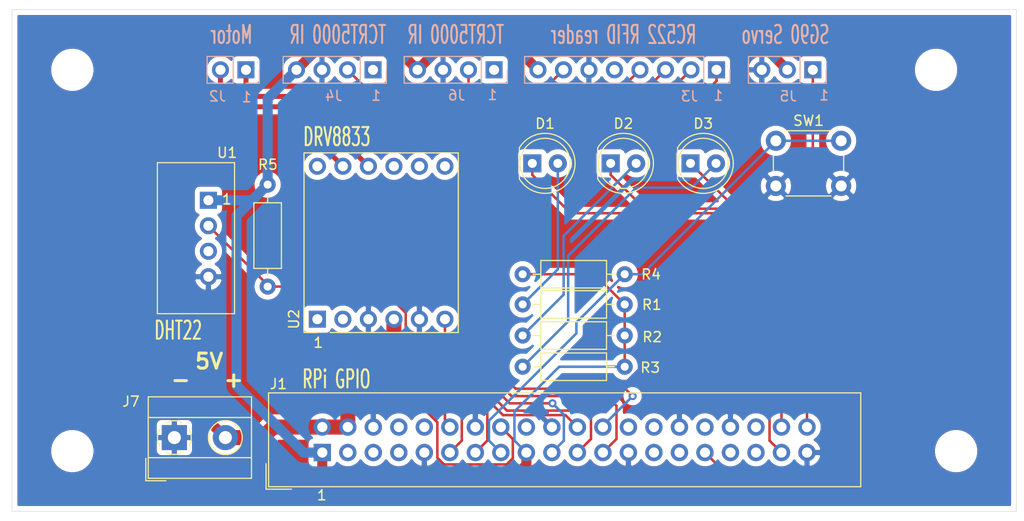
<source format=kicad_pcb>
(kicad_pcb (version 20171130) (host pcbnew "(5.1.2)-1")
  (layers (0 F.Cu signal) (31 B.Cu signal) (34 B.Paste user) (35 F.Paste user) (36 B.SilkS user) (37 F.SilkS user) (38 B.Mask user) (39 F.Mask user) (44 Edge.Cuts user))
  (net 0 "")
  (net 1 "Net-(D1-Pad2)")
  (net 2 "Net-(D2-Pad2)")
  (net 3 "Net-(D3-Pad2)")
  (net 4 GND)
  (net 5 +3V3)
  (net 6 "Net-(J1-Pad12)")
  (net 7 +5V)
  (net 8 "Net-(J2-Pad2)")
  (net 9 "Net-(J2-Pad1)")
  (net 10 LED1)
  (net 11 LED2)
  (net 12 LED3)
  (net 13 DHT22)
  (net 14 RFID_CS)
  (net 15 RFID_SCK)
  (net 16 RFID_RST)
  (net 17 RFID_MISO)
  (net 18 RFID_MOSI)
  (net 19 Switch)
  (net 20 L1)
  (net 21 L2)
  (net 22 Servo)
  (module TerminalBlock_MetzConnect:TerminalBlock_MetzConnect_Type101_RT01602HBWC_1x02_P5.08mm_Horizontal (layer F.Cu) (at 106.16 132.65)
    (fp_text reference J7 (at -4.32 -3.59) (layer F.SilkS))
    (fp_text value Conn_01x02_Male)
    (fp_line (start -2.84 4.3) (end -0.84 4.3) (layer F.SilkS) (width 0.12))
    (fp_line (start -2.84 2.06) (end -2.84 4.3) (layer F.SilkS) (width 0.12))
    (fp_line (start 3.9 0.976) (end 3.806 1.069) (layer F.SilkS) (width 0.12))
    (fp_line (start 6.15 -1.275) (end 6.091 -1.216) (layer F.SilkS) (width 0.12))
    (fp_line (start 4.07 1.216) (end 4.011 1.274) (layer F.SilkS) (width 0.12))
    (fp_line (start 6.355 -1.069) (end 6.261 -0.976) (layer F.SilkS) (width 0.12))
    (fp_line (start 7.68 -4.06) (end 7.68 4.06) (layer F.SilkS) (width 0.12))
    (fp_line (start -2.6 -4.06) (end -2.6 4.06) (layer F.SilkS) (width 0.12))
    (fp_line (start -2.6 4.06) (end 7.68 4.06) (layer F.SilkS) (width 0.12))
    (fp_line (start -2.6 -4.06) (end 7.68 -4.06) (layer F.SilkS) (width 0.12))
    (fp_line (start -2.6 -2) (end 7.68 -2) (layer F.SilkS) (width 0.12))
    (fp_line (start -2.6 2) (end 7.68 2) (layer F.SilkS) (width 0.12))
    (fp_circle (center 5.08 0) (end 6.76 0) (layer F.SilkS) (width 0.12))
    (fp_arc (start 0 0) (end -0.789 1.484) (angle -29) (layer F.SilkS) (width 0.12))
    (fp_arc (start 0 0) (end -1.484 -0.789) (angle -56) (layer F.SilkS) (width 0.12))
    (fp_arc (start 0 0) (end 0.789 -1.484) (angle -56) (layer F.SilkS) (width 0.12))
    (fp_arc (start 0 0) (end 1.484 0.789) (angle -56) (layer F.SilkS) (width 0.12))
    (fp_arc (start 0 0) (end 0 1.68) (angle -28) (layer F.SilkS) (width 0.12))
    (pad 2 thru_hole circle (at 5.08 0) (size 2.5 2.5) (drill 1.3) (layers *.Cu *.Mask) (net 7 +5V))
    (pad 1 thru_hole rect (at 0 0) (size 2.5 2.5) (drill 1.3) (layers *.Cu *.Mask) (net 4 GND))
  )
  (module Connector_PinHeader_2.54mm:PinHeader_1x04_P2.54mm_Vertical (layer B.Cu) (at 137.99 96 90)
    (fp_text reference J6 (at -2.54 -3.73 180) (layer B.SilkS) (effects (justify mirror)))
    (fp_text value Conn_01x04_Male)
    (fp_line (start -1.33 1.33) (end 0 1.33) (layer B.SilkS) (width 0.12))
    (fp_line (start -1.33 0) (end -1.33 1.33) (layer B.SilkS) (width 0.12))
    (fp_line (start -1.33 -1.27) (end 1.33 -1.27) (layer B.SilkS) (width 0.12))
    (fp_line (start 1.33 -1.27) (end 1.33 -8.95) (layer B.SilkS) (width 0.12))
    (fp_line (start -1.33 -1.27) (end -1.33 -8.95) (layer B.SilkS) (width 0.12))
    (fp_line (start -1.33 -8.95) (end 1.33 -8.95) (layer B.SilkS) (width 0.12))
    (pad 4 thru_hole oval (at 0 -7.62 90) (size 1.7 1.7) (drill 1) (layers *.Cu *.Mask) (net 5 +3V3))
    (pad 3 thru_hole oval (at 0 -5.08 90) (size 1.7 1.7) (drill 1) (layers *.Cu *.Mask) (net 4 GND))
    (pad 2 thru_hole oval (at 0 -2.54 90) (size 1.7 1.7) (drill 1) (layers *.Cu *.Mask) (net 20 L1))
    (pad 1 thru_hole rect (at 0 0 90) (size 1.7 1.7) (drill 1) (layers *.Cu *.Mask))
  )
  (module Connector_PinHeader_2.54mm:PinHeader_1x04_P2.54mm_Vertical (layer B.Cu) (at 125.94 96 90)
    (fp_text reference J4 (at -2.6 -3.92 180) (layer B.SilkS) (effects (justify mirror)))
    (fp_text value Conn_01x04_Male)
    (fp_line (start -1.33 1.33) (end 0 1.33) (layer B.SilkS) (width 0.12))
    (fp_line (start -1.33 0) (end -1.33 1.33) (layer B.SilkS) (width 0.12))
    (fp_line (start -1.33 -1.27) (end 1.33 -1.27) (layer B.SilkS) (width 0.12))
    (fp_line (start 1.33 -1.27) (end 1.33 -8.95) (layer B.SilkS) (width 0.12))
    (fp_line (start -1.33 -1.27) (end -1.33 -8.95) (layer B.SilkS) (width 0.12))
    (fp_line (start -1.33 -8.95) (end 1.33 -8.95) (layer B.SilkS) (width 0.12))
    (pad 4 thru_hole oval (at 0 -7.62 90) (size 1.7 1.7) (drill 1) (layers *.Cu *.Mask) (net 5 +3V3))
    (pad 3 thru_hole oval (at 0 -5.08 90) (size 1.7 1.7) (drill 1) (layers *.Cu *.Mask) (net 4 GND))
    (pad 2 thru_hole oval (at 0 -2.54 90) (size 1.7 1.7) (drill 1) (layers *.Cu *.Mask) (net 21 L2))
    (pad 1 thru_hole rect (at 0 0 90) (size 1.7 1.7) (drill 1) (layers *.Cu *.Mask))
  )
  (module Resistor_THT:R_Axial_DIN0207_L6.3mm_D2.5mm_P10.16mm_Horizontal (layer F.Cu) (at 115.45 117.6 90)
    (fp_text reference R5 (at 12.15 0.02 180) (layer F.SilkS))
    (fp_text value 4k7)
    (fp_line (start 9.12 0) (end 8.35 0) (layer F.SilkS) (width 0.12))
    (fp_line (start 1.04 0) (end 1.81 0) (layer F.SilkS) (width 0.12))
    (fp_line (start 8.35 -1.37) (end 1.81 -1.37) (layer F.SilkS) (width 0.12))
    (fp_line (start 8.35 1.37) (end 8.35 -1.37) (layer F.SilkS) (width 0.12))
    (fp_line (start 1.81 1.37) (end 8.35 1.37) (layer F.SilkS) (width 0.12))
    (fp_line (start 1.81 -1.37) (end 1.81 1.37) (layer F.SilkS) (width 0.12))
    (pad 2 thru_hole oval (at 10.16 0 90) (size 1.6 1.6) (drill 0.8) (layers *.Cu *.Mask) (net 5 +3V3))
    (pad 1 thru_hole circle (at 0 0 90) (size 1.6 1.6) (drill 0.8) (layers *.Cu *.Mask) (net 13 DHT22))
  )
  (module my-footprints:DRV8833_BOARD_2x06_P2.54mm_Vertical (layer F.Cu) (at 120.4 120.85 90)
    (fp_text reference U2 (at 0 -2.33 90) (layer F.SilkS))
    (fp_text value DRV8833_board)
    (fp_line (start 16.5735 -1.33) (end 16.57 14.03) (layer F.SilkS) (width 0.12))
    (fp_line (start -1.33 -1.33) (end 16.5735 -1.33) (layer F.SilkS) (width 0.12))
    (fp_line (start -1.33 0) (end -1.33 -1.33) (layer F.SilkS) (width 0.12))
    (fp_line (start -1.33 1.27) (end -1.33 14.03) (layer F.SilkS) (width 0.12))
    (fp_line (start -1.33 14.03) (end 16.57 14.03) (layer F.SilkS) (width 0.12))
    (pad 7 thru_hole oval (at 15.24 12.7 90) (size 1.7 1.7) (drill 1) (layers *.Cu *.Mask))
    (pad 8 thru_hole oval (at 15.24 10.16 90) (size 1.7 1.7) (drill 1) (layers *.Cu *.Mask))
    (pad 9 thru_hole oval (at 15.24 7.62 90) (size 1.7 1.7) (drill 1) (layers *.Cu *.Mask))
    (pad 10 thru_hole oval (at 15.24 5.08 90) (size 1.7 1.7) (drill 1) (layers *.Cu *.Mask) (net 9 "Net-(J2-Pad1)"))
    (pad 11 thru_hole oval (at 15.24 2.54 90) (size 1.7 1.7) (drill 1) (layers *.Cu *.Mask) (net 8 "Net-(J2-Pad2)"))
    (pad 12 thru_hole circle (at 15.24 0 90) (size 1.7 1.7) (drill 1) (layers *.Cu *.Mask))
    (pad 6 thru_hole oval (at 0 12.7 90) (size 1.7 1.7) (drill 1) (layers *.Cu *.Mask) (net 6 "Net-(J1-Pad12)"))
    (pad 5 thru_hole oval (at 0 10.16 90) (size 1.7 1.7) (drill 1) (layers *.Cu *.Mask) (net 4 GND))
    (pad 4 thru_hole oval (at 0 7.62 90) (size 1.7 1.7) (drill 1) (layers *.Cu *.Mask) (net 7 +5V))
    (pad 3 thru_hole oval (at 0 5.08 90) (size 1.7 1.7) (drill 1) (layers *.Cu *.Mask) (net 4 GND))
    (pad 2 thru_hole oval (at 0 2.54 90) (size 1.7 1.7) (drill 1) (layers *.Cu *.Mask))
    (pad 1 thru_hole rect (at 0 0 90) (size 1.7 1.7) (drill 1) (layers *.Cu *.Mask))
  )
  (module my-footprints:DHT22 (layer F.Cu) (at 109.55 109)
    (fp_text reference U1 (at 1.86 -4.74) (layer F.SilkS))
    (fp_text value DHT11)
    (fp_line (start -5.08 -3.7465) (end 2.6035 -3.7465) (layer F.SilkS) (width 0.12))
    (fp_line (start 2.6035 -3.7465) (end 2.6035 11.303) (layer F.SilkS) (width 0.12))
    (fp_line (start -5.08 -3.7465) (end -5.08 11.303) (layer F.SilkS) (width 0.12))
    (fp_line (start -5.08 11.303) (end 2.6035 11.303) (layer F.SilkS) (width 0.12))
    (pad 4 thru_hole oval (at 0 7.62) (size 1.7 1.7) (drill 1) (layers *.Cu *.Mask) (net 4 GND))
    (pad 3 thru_hole oval (at 0 5.08) (size 1.7 1.7) (drill 1) (layers *.Cu *.Mask))
    (pad 2 thru_hole oval (at 0 2.54) (size 1.7 1.7) (drill 1) (layers *.Cu *.Mask) (net 13 DHT22))
    (pad 1 thru_hole rect (at 0 0) (size 1.7 1.7) (drill 1) (layers *.Cu *.Mask) (net 5 +3V3))
  )
  (module Button_Switch_THT:SW_PUSH_6mm_H5mm (layer F.Cu) (at 166.05 103.07)
    (fp_text reference SW1 (at 3.25 -2) (layer F.SilkS))
    (fp_text value SW_Push)
    (fp_line (start 6.75 3) (end 6.75 1.5) (layer F.SilkS) (width 0.12))
    (fp_line (start 5.5 -1) (end 1 -1) (layer F.SilkS) (width 0.12))
    (fp_line (start -0.25 1.5) (end -0.25 3) (layer F.SilkS) (width 0.12))
    (fp_line (start 1 5.5) (end 5.5 5.5) (layer F.SilkS) (width 0.12))
    (pad 1 thru_hole circle (at 6.5 0 90) (size 2 2) (drill 1.1) (layers *.Cu *.Mask) (net 19 Switch))
    (pad 2 thru_hole circle (at 6.5 4.5 90) (size 2 2) (drill 1.1) (layers *.Cu *.Mask) (net 4 GND))
    (pad 1 thru_hole circle (at 0 0 90) (size 2 2) (drill 1.1) (layers *.Cu *.Mask) (net 19 Switch))
    (pad 2 thru_hole circle (at 0 4.5 90) (size 2 2) (drill 1.1) (layers *.Cu *.Mask) (net 4 GND))
  )
  (module Resistor_THT:R_Axial_DIN0207_L6.3mm_D2.5mm_P10.16mm_Horizontal (layer F.Cu) (at 151 116.37 180)
    (fp_text reference R4 (at -2.62 -0.02) (layer F.SilkS))
    (fp_text value 4k7)
    (fp_line (start 9.12 0) (end 8.35 0) (layer F.SilkS) (width 0.12))
    (fp_line (start 1.04 0) (end 1.81 0) (layer F.SilkS) (width 0.12))
    (fp_line (start 8.35 -1.37) (end 1.81 -1.37) (layer F.SilkS) (width 0.12))
    (fp_line (start 8.35 1.37) (end 8.35 -1.37) (layer F.SilkS) (width 0.12))
    (fp_line (start 1.81 1.37) (end 8.35 1.37) (layer F.SilkS) (width 0.12))
    (fp_line (start 1.81 -1.37) (end 1.81 1.37) (layer F.SilkS) (width 0.12))
    (pad 2 thru_hole oval (at 10.16 0 180) (size 1.6 1.6) (drill 0.8) (layers *.Cu *.Mask) (net 5 +3V3))
    (pad 1 thru_hole circle (at 0 0 180) (size 1.6 1.6) (drill 0.8) (layers *.Cu *.Mask) (net 19 Switch))
  )
  (module Resistor_THT:R_Axial_DIN0207_L6.3mm_D2.5mm_P10.16mm_Horizontal (layer F.Cu) (at 151 125.59 180)
    (fp_text reference R3 (at -2.54 -0.09) (layer F.SilkS))
    (fp_text value 130)
    (fp_line (start 9.12 0) (end 8.35 0) (layer F.SilkS) (width 0.12))
    (fp_line (start 1.04 0) (end 1.81 0) (layer F.SilkS) (width 0.12))
    (fp_line (start 8.35 -1.37) (end 1.81 -1.37) (layer F.SilkS) (width 0.12))
    (fp_line (start 8.35 1.37) (end 8.35 -1.37) (layer F.SilkS) (width 0.12))
    (fp_line (start 1.81 1.37) (end 8.35 1.37) (layer F.SilkS) (width 0.12))
    (fp_line (start 1.81 -1.37) (end 1.81 1.37) (layer F.SilkS) (width 0.12))
    (pad 2 thru_hole oval (at 10.16 0 180) (size 1.6 1.6) (drill 0.8) (layers *.Cu *.Mask) (net 3 "Net-(D3-Pad2)"))
    (pad 1 thru_hole circle (at 0 0 180) (size 1.6 1.6) (drill 0.8) (layers *.Cu *.Mask) (net 5 +3V3))
  )
  (module Resistor_THT:R_Axial_DIN0207_L6.3mm_D2.5mm_P10.16mm_Horizontal (layer F.Cu) (at 151 122.48 180)
    (fp_text reference R2 (at -2.74 -0.15) (layer F.SilkS))
    (fp_text value 130)
    (fp_line (start 9.12 0) (end 8.35 0) (layer F.SilkS) (width 0.12))
    (fp_line (start 1.04 0) (end 1.81 0) (layer F.SilkS) (width 0.12))
    (fp_line (start 8.35 -1.37) (end 1.81 -1.37) (layer F.SilkS) (width 0.12))
    (fp_line (start 8.35 1.37) (end 8.35 -1.37) (layer F.SilkS) (width 0.12))
    (fp_line (start 1.81 1.37) (end 8.35 1.37) (layer F.SilkS) (width 0.12))
    (fp_line (start 1.81 -1.37) (end 1.81 1.37) (layer F.SilkS) (width 0.12))
    (pad 2 thru_hole oval (at 10.16 0 180) (size 1.6 1.6) (drill 0.8) (layers *.Cu *.Mask) (net 2 "Net-(D2-Pad2)"))
    (pad 1 thru_hole circle (at 0 0 180) (size 1.6 1.6) (drill 0.8) (layers *.Cu *.Mask) (net 5 +3V3))
  )
  (module Resistor_THT:R_Axial_DIN0207_L6.3mm_D2.5mm_P10.16mm_Horizontal (layer F.Cu) (at 151 119.38 180)
    (fp_text reference R1 (at -2.7 -0.03) (layer F.SilkS))
    (fp_text value 130)
    (fp_line (start 9.12 0) (end 8.35 0) (layer F.SilkS) (width 0.12))
    (fp_line (start 1.04 0) (end 1.81 0) (layer F.SilkS) (width 0.12))
    (fp_line (start 8.35 -1.37) (end 1.81 -1.37) (layer F.SilkS) (width 0.12))
    (fp_line (start 8.35 1.37) (end 8.35 -1.37) (layer F.SilkS) (width 0.12))
    (fp_line (start 1.81 1.37) (end 8.35 1.37) (layer F.SilkS) (width 0.12))
    (fp_line (start 1.81 -1.37) (end 1.81 1.37) (layer F.SilkS) (width 0.12))
    (pad 2 thru_hole oval (at 10.16 0 180) (size 1.6 1.6) (drill 0.8) (layers *.Cu *.Mask) (net 1 "Net-(D1-Pad2)"))
    (pad 1 thru_hole circle (at 0 0 180) (size 1.6 1.6) (drill 0.8) (layers *.Cu *.Mask) (net 5 +3V3))
  )
  (module Connector_PinHeader_2.54mm:PinHeader_1x03_P2.54mm_Vertical (layer B.Cu) (at 169.73 96 90)
    (fp_text reference J5 (at -2.64 -2.45 180) (layer B.SilkS) (effects (justify mirror)))
    (fp_text value Conn_01x03_Male)
    (fp_line (start -1.33 1.33) (end 0 1.33) (layer B.SilkS) (width 0.12))
    (fp_line (start -1.33 0) (end -1.33 1.33) (layer B.SilkS) (width 0.12))
    (fp_line (start -1.33 -1.27) (end 1.33 -1.27) (layer B.SilkS) (width 0.12))
    (fp_line (start 1.33 -1.27) (end 1.33 -6.41) (layer B.SilkS) (width 0.12))
    (fp_line (start -1.33 -1.27) (end -1.33 -6.41) (layer B.SilkS) (width 0.12))
    (fp_line (start -1.33 -6.41) (end 1.33 -6.41) (layer B.SilkS) (width 0.12))
    (pad 3 thru_hole oval (at 0 -5.08 90) (size 1.7 1.7) (drill 1) (layers *.Cu *.Mask) (net 4 GND))
    (pad 2 thru_hole oval (at 0 -2.54 90) (size 1.7 1.7) (drill 1) (layers *.Cu *.Mask) (net 7 +5V))
    (pad 1 thru_hole rect (at 0 0 90) (size 1.7 1.7) (drill 1) (layers *.Cu *.Mask) (net 22 Servo))
  )
  (module Connector_PinHeader_2.54mm:PinHeader_1x08_P2.54mm_Vertical (layer B.Cu) (at 160.14 96 90)
    (fp_text reference J3 (at -2.64 -2.69 180) (layer B.SilkS) (effects (justify mirror)))
    (fp_text value Conn_01x08_Male)
    (fp_line (start -1.33 1.33) (end 0 1.33) (layer B.SilkS) (width 0.12))
    (fp_line (start -1.33 0) (end -1.33 1.33) (layer B.SilkS) (width 0.12))
    (fp_line (start -1.33 -1.27) (end 1.33 -1.27) (layer B.SilkS) (width 0.12))
    (fp_line (start 1.33 -1.27) (end 1.33 -19.11) (layer B.SilkS) (width 0.12))
    (fp_line (start -1.33 -1.27) (end -1.33 -19.11) (layer B.SilkS) (width 0.12))
    (fp_line (start -1.33 -19.11) (end 1.33 -19.11) (layer B.SilkS) (width 0.12))
    (pad 8 thru_hole oval (at 0 -17.78 90) (size 1.7 1.7) (drill 1) (layers *.Cu *.Mask) (net 5 +3V3))
    (pad 7 thru_hole oval (at 0 -15.24 90) (size 1.7 1.7) (drill 1) (layers *.Cu *.Mask) (net 16 RFID_RST))
    (pad 6 thru_hole oval (at 0 -12.7 90) (size 1.7 1.7) (drill 1) (layers *.Cu *.Mask) (net 4 GND))
    (pad 5 thru_hole oval (at 0 -10.16 90) (size 1.7 1.7) (drill 1) (layers *.Cu *.Mask))
    (pad 4 thru_hole oval (at 0 -7.62 90) (size 1.7 1.7) (drill 1) (layers *.Cu *.Mask) (net 17 RFID_MISO))
    (pad 3 thru_hole oval (at 0 -5.08 90) (size 1.7 1.7) (drill 1) (layers *.Cu *.Mask) (net 18 RFID_MOSI))
    (pad 2 thru_hole oval (at 0 -2.54 90) (size 1.7 1.7) (drill 1) (layers *.Cu *.Mask) (net 15 RFID_SCK))
    (pad 1 thru_hole rect (at 0 0 90) (size 1.7 1.7) (drill 1) (layers *.Cu *.Mask) (net 14 RFID_CS))
  )
  (module Connector_PinHeader_2.54mm:PinHeader_1x02_P2.54mm_Vertical (layer B.Cu) (at 113.29 96 90)
    (fp_text reference J2 (at -2.64 -2.83 180) (layer B.SilkS) (effects (justify mirror)))
    (fp_text value Conn_01x02_Male)
    (fp_line (start -1.33 1.33) (end 0 1.33) (layer B.SilkS) (width 0.12))
    (fp_line (start -1.33 0) (end -1.33 1.33) (layer B.SilkS) (width 0.12))
    (fp_line (start -1.33 -1.27) (end 1.33 -1.27) (layer B.SilkS) (width 0.12))
    (fp_line (start 1.33 -1.27) (end 1.33 -3.87) (layer B.SilkS) (width 0.12))
    (fp_line (start -1.33 -1.27) (end -1.33 -3.87) (layer B.SilkS) (width 0.12))
    (fp_line (start -1.33 -3.87) (end 1.33 -3.87) (layer B.SilkS) (width 0.12))
    (pad 2 thru_hole oval (at 0 -2.54 90) (size 1.7 1.7) (drill 1) (layers *.Cu *.Mask) (net 8 "Net-(J2-Pad2)"))
    (pad 1 thru_hole rect (at 0 0 90) (size 1.7 1.7) (drill 1) (layers *.Cu *.Mask) (net 9 "Net-(J2-Pad1)"))
  )
  (module LED_THT:LED_D5.0mm (layer F.Cu) (at 157.55 105.32)
    (fp_text reference D3 (at 1.27 -3.96) (layer F.SilkS))
    (fp_text value LED)
    (fp_line (start -1.29 -1.545) (end -1.29 1.545) (layer F.SilkS) (width 0.12))
    (fp_circle (center 1.27 0) (end 3.77 0) (layer F.SilkS) (width 0.12))
    (fp_arc (start 1.27 0) (end -1.29 1.54483) (angle -148.9) (layer F.SilkS) (width 0.12))
    (fp_arc (start 1.27 0) (end -1.29 -1.54483) (angle 148.9) (layer F.SilkS) (width 0.12))
    (pad 2 thru_hole circle (at 2.54 0) (size 1.8 1.8) (drill 0.9) (layers *.Cu *.Mask) (net 3 "Net-(D3-Pad2)"))
    (pad 1 thru_hole rect (at 0 0) (size 1.8 1.8) (drill 0.9) (layers *.Cu *.Mask) (net 12 LED3))
  )
  (module LED_THT:LED_D5.0mm (layer F.Cu) (at 149.6 105.32)
    (fp_text reference D2 (at 1.27 -3.96) (layer F.SilkS))
    (fp_text value LED)
    (fp_line (start -1.29 -1.545) (end -1.29 1.545) (layer F.SilkS) (width 0.12))
    (fp_circle (center 1.27 0) (end 3.77 0) (layer F.SilkS) (width 0.12))
    (fp_arc (start 1.27 0) (end -1.29 1.54483) (angle -148.9) (layer F.SilkS) (width 0.12))
    (fp_arc (start 1.27 0) (end -1.29 -1.54483) (angle 148.9) (layer F.SilkS) (width 0.12))
    (pad 2 thru_hole circle (at 2.54 0) (size 1.8 1.8) (drill 0.9) (layers *.Cu *.Mask) (net 2 "Net-(D2-Pad2)"))
    (pad 1 thru_hole rect (at 0 0) (size 1.8 1.8) (drill 0.9) (layers *.Cu *.Mask) (net 11 LED2))
  )
  (module LED_THT:LED_D5.0mm (layer F.Cu) (at 141.8 105.32)
    (fp_text reference D1 (at 1.27 -3.96) (layer F.SilkS))
    (fp_text value LED)
    (fp_line (start -1.29 -1.545) (end -1.29 1.545) (layer F.SilkS) (width 0.12))
    (fp_circle (center 1.27 0) (end 3.77 0) (layer F.SilkS) (width 0.12))
    (fp_arc (start 1.27 0) (end -1.29 1.54483) (angle -148.9) (layer F.SilkS) (width 0.12))
    (fp_arc (start 1.27 0) (end -1.29 -1.54483) (angle 148.9) (layer F.SilkS) (width 0.12))
    (pad 2 thru_hole circle (at 2.54 0) (size 1.8 1.8) (drill 0.9) (layers *.Cu *.Mask) (net 1 "Net-(D1-Pad2)"))
    (pad 1 thru_hole rect (at 0 0) (size 1.8 1.8) (drill 0.9) (layers *.Cu *.Mask) (net 10 LED1))
  )
  (module MountingHole:MountingHole_3.2mm_M3 (layer F.Cu) (at 184 134)
    (fp_text reference H4 hide)
    (fp_text value MountingHole)
    (pad 1 np_thru_hole circle (at 0 0) (size 3.2 3.2) (drill 3.2) (layers *.Cu *.Mask))
  )
  (module MountingHole:MountingHole_3.2mm_M3 (layer F.Cu) (at 96 134)
    (fp_text reference H3 hide)
    (fp_text value MountingHole)
    (pad 1 np_thru_hole circle (at 0 0) (size 3.2 3.2) (drill 3.2) (layers *.Cu *.Mask))
  )
  (module MountingHole:MountingHole_3.2mm_M3 (layer F.Cu) (at 182 96)
    (fp_text reference H2 hide)
    (fp_text value MountingHole)
    (pad 1 np_thru_hole circle (at 0 0) (size 3.2 3.2) (drill 3.2) (layers *.Cu *.Mask))
  )
  (module MountingHole:MountingHole_3.2mm_M3 (layer F.Cu) (at 96 96)
    (fp_text reference H1 hide)
    (fp_text value MountingHole)
    (pad 1 np_thru_hole circle (at 0 0) (size 3.2 3.2) (drill 3.2) (layers *.Cu *.Mask))
  )
  (module Connector_IDC:IDC-Header_2x20_P2.54mm_Vertical (layer F.Cu) (at 120.89 134.14 90)
    (fp_text reference J1 (at 6.83 -4.37 180) (layer F.SilkS))
    (fp_text value Raspberry_Pi_2_3)
    (fp_line (start -3.655 -5.6) (end -1.115 -5.6) (layer F.SilkS) (width 0.12))
    (fp_line (start -3.655 -5.6) (end -3.655 -3.06) (layer F.SilkS) (width 0.12))
    (fp_line (start -3.405 -5.35) (end 5.945 -5.35) (layer F.SilkS) (width 0.12))
    (fp_line (start -3.405 53.61) (end -3.405 -5.35) (layer F.SilkS) (width 0.12))
    (fp_line (start 5.945 53.61) (end -3.405 53.61) (layer F.SilkS) (width 0.12))
    (fp_line (start 5.945 -5.35) (end 5.945 53.61) (layer F.SilkS) (width 0.12))
    (pad 40 thru_hole oval (at 2.54 48.26 90) (size 1.7272 1.7272) (drill 1.016) (layers *.Cu *.Mask) (net 12 LED3))
    (pad 39 thru_hole oval (at 0 48.26 90) (size 1.7272 1.7272) (drill 1.016) (layers *.Cu *.Mask) (net 4 GND))
    (pad 38 thru_hole oval (at 2.54 45.72 90) (size 1.7272 1.7272) (drill 1.016) (layers *.Cu *.Mask) (net 11 LED2))
    (pad 37 thru_hole oval (at 0 45.72 90) (size 1.7272 1.7272) (drill 1.016) (layers *.Cu *.Mask) (net 10 LED1))
    (pad 36 thru_hole oval (at 2.54 43.18 90) (size 1.7272 1.7272) (drill 1.016) (layers *.Cu *.Mask))
    (pad 35 thru_hole oval (at 0 43.18 90) (size 1.7272 1.7272) (drill 1.016) (layers *.Cu *.Mask))
    (pad 34 thru_hole oval (at 2.54 40.64 90) (size 1.7272 1.7272) (drill 1.016) (layers *.Cu *.Mask) (net 4 GND))
    (pad 33 thru_hole oval (at 0 40.64 90) (size 1.7272 1.7272) (drill 1.016) (layers *.Cu *.Mask))
    (pad 32 thru_hole oval (at 2.54 38.1 90) (size 1.7272 1.7272) (drill 1.016) (layers *.Cu *.Mask))
    (pad 31 thru_hole oval (at 0 38.1 90) (size 1.7272 1.7272) (drill 1.016) (layers *.Cu *.Mask) (net 22 Servo))
    (pad 30 thru_hole oval (at 2.54 35.56 90) (size 1.7272 1.7272) (drill 1.016) (layers *.Cu *.Mask) (net 4 GND))
    (pad 29 thru_hole oval (at 0 35.56 90) (size 1.7272 1.7272) (drill 1.016) (layers *.Cu *.Mask))
    (pad 28 thru_hole oval (at 2.54 33.02 90) (size 1.7272 1.7272) (drill 1.016) (layers *.Cu *.Mask))
    (pad 27 thru_hole oval (at 0 33.02 90) (size 1.7272 1.7272) (drill 1.016) (layers *.Cu *.Mask))
    (pad 26 thru_hole oval (at 2.54 30.48 90) (size 1.7272 1.7272) (drill 1.016) (layers *.Cu *.Mask))
    (pad 25 thru_hole oval (at 0 30.48 90) (size 1.7272 1.7272) (drill 1.016) (layers *.Cu *.Mask) (net 4 GND))
    (pad 24 thru_hole oval (at 2.54 27.94 90) (size 1.7272 1.7272) (drill 1.016) (layers *.Cu *.Mask) (net 14 RFID_CS))
    (pad 23 thru_hole oval (at 0 27.94 90) (size 1.7272 1.7272) (drill 1.016) (layers *.Cu *.Mask) (net 15 RFID_SCK))
    (pad 22 thru_hole oval (at 2.54 25.4 90) (size 1.7272 1.7272) (drill 1.016) (layers *.Cu *.Mask) (net 16 RFID_RST))
    (pad 21 thru_hole oval (at 0 25.4 90) (size 1.7272 1.7272) (drill 1.016) (layers *.Cu *.Mask) (net 17 RFID_MISO))
    (pad 20 thru_hole oval (at 2.54 22.86 90) (size 1.7272 1.7272) (drill 1.016) (layers *.Cu *.Mask) (net 4 GND))
    (pad 19 thru_hole oval (at 0 22.86 90) (size 1.7272 1.7272) (drill 1.016) (layers *.Cu *.Mask) (net 18 RFID_MOSI))
    (pad 18 thru_hole oval (at 2.54 20.32 90) (size 1.7272 1.7272) (drill 1.016) (layers *.Cu *.Mask))
    (pad 17 thru_hole oval (at 0 20.32 90) (size 1.7272 1.7272) (drill 1.016) (layers *.Cu *.Mask) (net 5 +3V3))
    (pad 16 thru_hole oval (at 2.54 17.78 90) (size 1.7272 1.7272) (drill 1.016) (layers *.Cu *.Mask) (net 13 DHT22))
    (pad 15 thru_hole oval (at 0 17.78 90) (size 1.7272 1.7272) (drill 1.016) (layers *.Cu *.Mask) (net 19 Switch))
    (pad 14 thru_hole oval (at 2.54 15.24 90) (size 1.7272 1.7272) (drill 1.016) (layers *.Cu *.Mask) (net 4 GND))
    (pad 13 thru_hole oval (at 0 15.24 90) (size 1.7272 1.7272) (drill 1.016) (layers *.Cu *.Mask) (net 20 L1))
    (pad 12 thru_hole oval (at 2.54 12.7 90) (size 1.7272 1.7272) (drill 1.016) (layers *.Cu *.Mask) (net 6 "Net-(J1-Pad12)"))
    (pad 11 thru_hole oval (at 0 12.7 90) (size 1.7272 1.7272) (drill 1.016) (layers *.Cu *.Mask) (net 21 L2))
    (pad 10 thru_hole oval (at 2.54 10.16 90) (size 1.7272 1.7272) (drill 1.016) (layers *.Cu *.Mask))
    (pad 9 thru_hole oval (at 0 10.16 90) (size 1.7272 1.7272) (drill 1.016) (layers *.Cu *.Mask) (net 4 GND))
    (pad 8 thru_hole oval (at 2.54 7.62 90) (size 1.7272 1.7272) (drill 1.016) (layers *.Cu *.Mask))
    (pad 7 thru_hole oval (at 0 7.62 90) (size 1.7272 1.7272) (drill 1.016) (layers *.Cu *.Mask))
    (pad 6 thru_hole oval (at 2.54 5.08 90) (size 1.7272 1.7272) (drill 1.016) (layers *.Cu *.Mask) (net 4 GND))
    (pad 5 thru_hole oval (at 0 5.08 90) (size 1.7272 1.7272) (drill 1.016) (layers *.Cu *.Mask))
    (pad 4 thru_hole oval (at 2.54 2.54 90) (size 1.7272 1.7272) (drill 1.016) (layers *.Cu *.Mask) (net 7 +5V))
    (pad 3 thru_hole oval (at 0 2.54 90) (size 1.7272 1.7272) (drill 1.016) (layers *.Cu *.Mask))
    (pad 2 thru_hole oval (at 2.54 0 90) (size 1.7272 1.7272) (drill 1.016) (layers *.Cu *.Mask) (net 7 +5V))
    (pad 1 thru_hole rect (at 0 0 90) (size 1.7272 1.7272) (drill 1.016) (layers *.Cu *.Mask) (net 5 +3V3))
  )
  (gr_text 1 (at 120.84 138.4) (layer F.SilkS) (effects (font (size 1 1))))
  (gr_text 1 (at 120.49 123.19) (layer F.SilkS) (effects (font (size 1 1))))
  (gr_text 1 (at 111.39 108.9) (layer F.SilkS) (effects (font (size 1 1))))
  (gr_text 1 (at 113.35 98.73) (layer B.SilkS) (effects (font (size 1 1)) (justify mirror)))
  (gr_text 1 (at 126.24 98.57) (layer B.SilkS) (effects (font (size 1 1)) (justify mirror)))
  (gr_text 1 (at 137.82 98.5) (layer B.SilkS) (effects (font (size 1 1)) (justify mirror)))
  (gr_text 1 (at 160.31 98.57) (layer B.SilkS) (effects (font (size 1 1)) (justify mirror)))
  (gr_text 1 (at 170.84 98.54) (layer B.SilkS) (effects (font (size 1 1)) (justify mirror)))
  (gr_text 5V (at 109.62 125.05) (layer F.SilkS) (effects (font (size 1.5 1.5) (thickness 0.3))))
  (gr_text "+   -" (at 109.43 127.08 180) (layer F.SilkS) (effects (font (size 1.5 1.5) (thickness 0.3))))
  (gr_text DRV8833 (at 122.34 102.68) (layer F.SilkS) (effects (font (size 1.8 1) (thickness 0.2))))
  (gr_text "RPi GPIO" (at 122.3 126.83) (layer F.SilkS) (effects (font (size 1.8 1) (thickness 0.2))))
  (gr_text DHT22 (at 106.54 121.97) (layer F.SilkS) (effects (font (size 1.8 1) (thickness 0.2))))
  (gr_text "SG90 Servo" (at 167 92.5) (layer B.SilkS) (effects (font (size 1.8 1) (thickness 0.2)) (justify mirror)))
  (gr_text "RC522 RFID reader" (at 150.88 92.5) (layer B.SilkS) (effects (font (size 1.8 1) (thickness 0.2)) (justify mirror)))
  (gr_text "TCRT5000 IR" (at 134.18 92.5) (layer B.SilkS) (effects (font (size 1.8 1) (thickness 0.2)) (justify mirror)))
  (gr_text "TCRT5000 IR" (at 122.44 92.5) (layer B.SilkS) (effects (font (size 1.8 1) (thickness 0.2)) (justify mirror)))
  (gr_text Motor (at 111.84 92.5) (layer B.SilkS) (effects (font (size 1.8 1) (thickness 0.2)) (justify mirror)))
  (gr_line (start 90 90) (end 90 140) (layer Edge.Cuts) (width 0.05))
  (gr_line (start 190 90) (end 90 90) (layer Edge.Cuts) (width 0.05))
  (gr_line (start 190 140) (end 190 90) (layer Edge.Cuts) (width 0.05))
  (gr_line (start 90 140) (end 190 140) (layer Edge.Cuts) (width 0.05))
  (segment (start 144.34 115.88) (end 140.84 119.38) (width 0.25) (layer B.Cu) (net 1))
  (segment (start 144.34 105.32) (end 144.34 115.88) (width 0.25) (layer B.Cu) (net 1))
  (segment (start 152.14 105.32) (end 144.919989 112.540011) (width 0.25) (layer B.Cu) (net 2))
  (segment (start 144.919989 112.540011) (end 144.919989 118.400011) (width 0.25) (layer B.Cu) (net 2))
  (segment (start 141.639999 121.680001) (end 140.84 122.48) (width 0.25) (layer B.Cu) (net 2))
  (segment (start 144.919989 118.400011) (end 141.639999 121.680001) (width 0.25) (layer B.Cu) (net 2))
  (segment (start 140.84 125.59) (end 145.37 121.06) (width 0.25) (layer B.Cu) (net 3))
  (segment (start 145.37 121.06) (end 145.37 114.53) (width 0.25) (layer B.Cu) (net 3))
  (segment (start 145.37 114.53) (end 152.16 107.74) (width 0.25) (layer B.Cu) (net 3))
  (segment (start 157.67 107.74) (end 160.09 105.32) (width 0.25) (layer B.Cu) (net 3))
  (segment (start 152.16 107.74) (end 157.67 107.74) (width 0.25) (layer B.Cu) (net 3))
  (segment (start 142.15 129.53) (end 144.65 127.03) (width 0.25) (layer B.Cu) (net 4))
  (segment (start 144.65 127.03) (end 151.225002 127.03) (width 0.25) (layer B.Cu) (net 4))
  (segment (start 142.15 130) (end 142.15 129.91) (width 0.5) (layer B.Cu) (net 4))
  (segment (start 143.75 131.6) (end 142.15 130) (width 0.5) (layer B.Cu) (net 4))
  (segment (start 142.15 129.91) (end 142.15 129.53) (width 0.25) (layer B.Cu) (net 4))
  (segment (start 170.86 109.26) (end 162.07 109.26) (width 0.25) (layer B.Cu) (net 4))
  (segment (start 170.86 109.26) (end 172.55 107.57) (width 0.25) (layer B.Cu) (net 4))
  (segment (start 152.952501 118.377499) (end 152.952501 125.302501) (width 0.25) (layer B.Cu) (net 4))
  (segment (start 162.07 109.26) (end 152.952501 118.377499) (width 0.25) (layer B.Cu) (net 4))
  (segment (start 151.225002 127.03) (end 152.952501 125.302501) (width 0.25) (layer B.Cu) (net 4))
  (segment (start 140.021399 132.951399) (end 140.021399 130.048601) (width 0.25) (layer B.Cu) (net 5))
  (segment (start 141.21 134.14) (end 140.021399 132.951399) (width 0.25) (layer B.Cu) (net 5))
  (segment (start 144.48 125.59) (end 151 125.59) (width 0.25) (layer B.Cu) (net 5))
  (segment (start 140.021399 130.048601) (end 144.48 125.59) (width 0.25) (layer B.Cu) (net 5))
  (segment (start 129.520001 95.150001) (end 130.37 96) (width 1) (layer F.Cu) (net 5))
  (segment (start 128.52 94.15) (end 129.520001 95.150001) (width 1) (layer F.Cu) (net 5))
  (segment (start 120.17 94.15) (end 128.52 94.15) (width 1) (layer F.Cu) (net 5))
  (segment (start 118.32 96) (end 120.17 94.15) (width 1) (layer F.Cu) (net 5))
  (segment (start 130.37 96) (end 132.32 94.05) (width 1) (layer F.Cu) (net 5))
  (segment (start 140.41 94.05) (end 142.36 96) (width 1) (layer F.Cu) (net 5))
  (segment (start 132.32 94.05) (end 140.41 94.05) (width 1) (layer F.Cu) (net 5))
  (segment (start 120.89 136.0036) (end 120.89 134.14) (width 1) (layer F.Cu) (net 5))
  (segment (start 121.9264 137.04) (end 120.89 136.0036) (width 1) (layer F.Cu) (net 5))
  (segment (start 139.531314 137.04) (end 121.9264 137.04) (width 1) (layer F.Cu) (net 5))
  (segment (start 141.21 134.14) (end 141.21 135.361314) (width 1) (layer F.Cu) (net 5))
  (segment (start 141.21 135.361314) (end 139.531314 137.04) (width 1) (layer F.Cu) (net 5))
  (segment (start 151 122.48) (end 151 125.59) (width 0.25) (layer F.Cu) (net 5))
  (segment (start 151 121.34863) (end 151 119.38) (width 0.25) (layer F.Cu) (net 5))
  (segment (start 151 122.48) (end 151 121.34863) (width 0.25) (layer F.Cu) (net 5))
  (segment (start 147.99 116.37) (end 151 119.38) (width 0.25) (layer F.Cu) (net 5))
  (segment (start 140.84 116.37) (end 147.99 116.37) (width 0.25) (layer F.Cu) (net 5))
  (segment (start 119.0264 134.14) (end 112.35 127.4636) (width 1) (layer B.Cu) (net 5))
  (segment (start 120.89 134.14) (end 119.0264 134.14) (width 1) (layer B.Cu) (net 5))
  (segment (start 112.35 110.54) (end 115.45 107.44) (width 1) (layer B.Cu) (net 5))
  (segment (start 112.35 127.4636) (end 112.35 110.54) (width 1) (layer B.Cu) (net 5))
  (segment (start 115.45 98.87) (end 118.32 96) (width 1) (layer B.Cu) (net 5))
  (segment (start 115.45 107.44) (end 115.45 98.87) (width 1) (layer B.Cu) (net 5))
  (segment (start 113.89 109) (end 115.45 107.44) (width 1) (layer B.Cu) (net 5))
  (segment (start 109.55 109) (end 113.89 109) (width 1) (layer B.Cu) (net 5))
  (segment (start 133.1 131.11) (end 133.59 131.6) (width 0.25) (layer F.Cu) (net 6))
  (segment (start 133.1 120.85) (end 133.1 131.11) (width 0.25) (layer F.Cu) (net 6))
  (segment (start 111.24 132.65) (end 114.95 132.65) (width 1.5) (layer F.Cu) (net 7))
  (segment (start 116 131.6) (end 120.89 131.6) (width 1.5) (layer F.Cu) (net 7))
  (segment (start 114.95 132.65) (end 116 131.6) (width 1.5) (layer F.Cu) (net 7))
  (segment (start 120.89 131.6) (end 123.43 131.6) (width 1.5) (layer F.Cu) (net 7))
  (segment (start 167.19 96) (end 163.28 92.09) (width 1) (layer F.Cu) (net 7))
  (segment (start 163.28 92.09) (end 107.47 92.09) (width 1) (layer F.Cu) (net 7))
  (segment (start 107.47 92.09) (end 102.02 97.54) (width 1) (layer F.Cu) (net 7))
  (segment (start 102.02 123.43) (end 111.24 132.65) (width 1) (layer F.Cu) (net 7))
  (segment (start 102.02 97.54) (end 102.02 123.43) (width 1) (layer F.Cu) (net 7))
  (segment (start 123.43 131.6) (end 123.43 128.96) (width 1.5) (layer F.Cu) (net 7))
  (segment (start 128.02 124.37) (end 128.02 120.85) (width 1.5) (layer F.Cu) (net 7))
  (segment (start 123.43 128.96) (end 128.02 124.37) (width 1.5) (layer F.Cu) (net 7))
  (segment (start 117.01 99.68) (end 122.94 105.61) (width 0.5) (layer F.Cu) (net 8))
  (segment (start 111.23 99.68) (end 117.01 99.68) (width 0.5) (layer F.Cu) (net 8))
  (segment (start 110.75 99.2) (end 111.23 99.68) (width 0.5) (layer F.Cu) (net 8))
  (segment (start 110.75 96) (end 110.75 99.2) (width 0.5) (layer F.Cu) (net 8))
  (segment (start 113.29 96) (end 113.29 98.22) (width 0.5) (layer F.Cu) (net 9))
  (segment (start 113.29 98.22) (end 113.72 98.65) (width 0.5) (layer F.Cu) (net 9))
  (segment (start 118.52 98.65) (end 125.48 105.61) (width 0.5) (layer F.Cu) (net 9))
  (segment (start 113.72 98.65) (end 118.52 98.65) (width 0.5) (layer F.Cu) (net 9))
  (segment (start 166.61 134.14) (end 165.421399 132.951399) (width 0.25) (layer F.Cu) (net 10))
  (segment (start 165.421399 132.951399) (end 165.421399 115.241399) (width 0.25) (layer F.Cu) (net 10))
  (segment (start 165.421399 115.241399) (end 160.47 110.29) (width 0.25) (layer F.Cu) (net 10))
  (segment (start 160.47 110.29) (end 145.62 110.29) (width 0.25) (layer F.Cu) (net 10))
  (segment (start 145.62 110.29) (end 141.8 106.47) (width 0.25) (layer F.Cu) (net 10))
  (segment (start 141.8 106.47) (end 141.8 105.32) (width 0.25) (layer F.Cu) (net 10))
  (segment (start 160.6564 109.839989) (end 152.969989 109.839989) (width 0.25) (layer F.Cu) (net 11))
  (segment (start 149.6 106.47) (end 149.6 105.32) (width 0.25) (layer F.Cu) (net 11))
  (segment (start 152.969989 109.839989) (end 149.6 106.47) (width 0.25) (layer F.Cu) (net 11))
  (segment (start 166.61 131.6) (end 166.61 115.79359) (width 0.25) (layer F.Cu) (net 11))
  (segment (start 166.61 115.79359) (end 160.6564 109.839989) (width 0.25) (layer F.Cu) (net 11))
  (segment (start 169.15 131.6) (end 169.15 129.81) (width 0.25) (layer F.Cu) (net 12))
  (segment (start 167.815 128.475) (end 167.815 115.585) (width 0.25) (layer F.Cu) (net 12))
  (segment (start 169.15 129.81) (end 167.815 128.475) (width 0.25) (layer F.Cu) (net 12))
  (segment (start 167.815 115.585) (end 157.55 105.32) (width 0.25) (layer F.Cu) (net 12))
  (segment (start 129.195001 127.985871) (end 129.195001 120.215001) (width 0.25) (layer F.Cu) (net 13))
  (segment (start 132.345435 131.136305) (end 129.195001 127.985871) (width 0.25) (layer F.Cu) (net 13))
  (segment (start 138.67 131.6) (end 139.858601 132.788601) (width 0.25) (layer F.Cu) (net 13))
  (segment (start 139.858601 132.788601) (end 139.858601 134.710529) (width 0.25) (layer F.Cu) (net 13))
  (segment (start 139.858601 134.710529) (end 139.240529 135.328601) (width 0.25) (layer F.Cu) (net 13))
  (segment (start 139.240529 135.328601) (end 133.019471 135.328601) (width 0.25) (layer F.Cu) (net 13))
  (segment (start 133.019471 135.328601) (end 132.345435 134.654565) (width 0.25) (layer F.Cu) (net 13))
  (segment (start 132.345435 134.654565) (end 132.345435 131.136305) (width 0.25) (layer F.Cu) (net 13))
  (segment (start 126.58 117.6) (end 128 119.02) (width 0.25) (layer F.Cu) (net 13))
  (segment (start 115.45 117.6) (end 126.58 117.6) (width 0.25) (layer F.Cu) (net 13))
  (segment (start 129.195001 120.215001) (end 128 119.02) (width 0.25) (layer F.Cu) (net 13))
  (segment (start 115.45 117.44) (end 115.45 117.6) (width 0.25) (layer F.Cu) (net 13))
  (segment (start 109.55 111.54) (end 115.45 117.44) (width 0.25) (layer F.Cu) (net 13))
  (via (at 151.79 128.52) (size 0.8) (drill 0.4) (layers F.Cu B.Cu) (net 14))
  (segment (start 148.83 131.48) (end 148.83 131.6) (width 0.25) (layer B.Cu) (net 14))
  (segment (start 151.79 128.52) (end 148.83 131.48) (width 0.25) (layer B.Cu) (net 14))
  (segment (start 155.56 101.68) (end 160.14 97.1) (width 0.25) (layer F.Cu) (net 14))
  (segment (start 142.54 101.68) (end 155.56 101.68) (width 0.25) (layer F.Cu) (net 14))
  (segment (start 140.125001 104.094999) (end 142.54 101.68) (width 0.25) (layer F.Cu) (net 14))
  (segment (start 160.14 97.1) (end 160.14 96) (width 0.25) (layer F.Cu) (net 14))
  (segment (start 140.105001 104.094999) (end 140.125001 104.094999) (width 0.25) (layer F.Cu) (net 14))
  (segment (start 139.36 104.84) (end 139.36 127) (width 0.25) (layer F.Cu) (net 14))
  (segment (start 139.36 104.84) (end 140.105001 104.094999) (width 0.25) (layer F.Cu) (net 14))
  (segment (start 151.05 127.78) (end 151.79 128.52) (width 0.25) (layer F.Cu) (net 14))
  (segment (start 140.14 127.78) (end 151.05 127.78) (width 0.25) (layer F.Cu) (net 14))
  (segment (start 139.36 127) (end 140.14 127.78) (width 0.25) (layer F.Cu) (net 14))
  (segment (start 149.693599 133.276401) (end 148.83 134.14) (width 0.25) (layer F.Cu) (net 15))
  (segment (start 150.181399 132.788601) (end 149.693599 133.276401) (width 0.25) (layer F.Cu) (net 15))
  (segment (start 149.211376 128.511376) (end 150.181399 129.481399) (width 0.25) (layer F.Cu) (net 15))
  (segment (start 157.6 96) (end 152.69 100.91) (width 0.25) (layer F.Cu) (net 15))
  (segment (start 152.69 100.91) (end 141.93 100.91) (width 0.25) (layer F.Cu) (net 15))
  (segment (start 150.181399 129.481399) (end 150.181399 132.788601) (width 0.25) (layer F.Cu) (net 15))
  (segment (start 141.93 100.91) (end 138.61 104.23) (width 0.25) (layer F.Cu) (net 15))
  (segment (start 138.61 104.23) (end 138.61 127.38641) (width 0.25) (layer F.Cu) (net 15))
  (segment (start 138.61 127.38641) (end 139.734965 128.511376) (width 0.25) (layer F.Cu) (net 15))
  (segment (start 139.734965 128.511376) (end 149.211376 128.511376) (width 0.25) (layer F.Cu) (net 15))
  (segment (start 145.101399 130.411399) (end 146.29 131.6) (width 0.25) (layer F.Cu) (net 16))
  (segment (start 144.9 96) (end 142.415 98.485) (width 0.25) (layer F.Cu) (net 16))
  (segment (start 142.415 98.485) (end 139.165 98.485) (width 0.25) (layer F.Cu) (net 16))
  (segment (start 139.165 98.485) (end 136.04 101.61) (width 0.25) (layer F.Cu) (net 16))
  (segment (start 136.04 101.61) (end 136.04 127.57) (width 0.25) (layer F.Cu) (net 16))
  (segment (start 136.04 127.57) (end 138.881399 130.411399) (width 0.25) (layer F.Cu) (net 16))
  (segment (start 138.881399 130.411399) (end 145.101399 130.411399) (width 0.25) (layer F.Cu) (net 16))
  (segment (start 147.265 133.165) (end 146.29 134.14) (width 0.25) (layer F.Cu) (net 17))
  (segment (start 147.641399 132.788601) (end 147.265 133.165) (width 0.25) (layer F.Cu) (net 17))
  (segment (start 147.641399 130.641399) (end 147.641399 132.788601) (width 0.25) (layer F.Cu) (net 17))
  (segment (start 152.52 96) (end 149.180011 99.339989) (width 0.25) (layer F.Cu) (net 17))
  (segment (start 146.961388 129.961388) (end 147.641399 130.641399) (width 0.25) (layer F.Cu) (net 17))
  (segment (start 149.180011 99.339989) (end 140.080011 99.339989) (width 0.25) (layer F.Cu) (net 17))
  (segment (start 140.080011 99.339989) (end 137 102.42) (width 0.25) (layer F.Cu) (net 17))
  (segment (start 137 102.42) (end 137 127.69) (width 0.25) (layer F.Cu) (net 17))
  (segment (start 137 127.69) (end 139.271388 129.961388) (width 0.25) (layer F.Cu) (net 17))
  (segment (start 139.271388 129.961388) (end 146.961388 129.961388) (width 0.25) (layer F.Cu) (net 17))
  (segment (start 144.938601 132.951399) (end 144.938601 130.364987) (width 0.25) (layer B.Cu) (net 18))
  (via (at 143.81 129.236386) (size 0.8) (drill 0.4) (layers F.Cu B.Cu) (net 18))
  (segment (start 143.75 134.14) (end 144.938601 132.951399) (width 0.25) (layer B.Cu) (net 18))
  (segment (start 144.209999 129.636385) (end 143.81 129.236386) (width 0.25) (layer B.Cu) (net 18))
  (segment (start 144.938601 130.364987) (end 144.209999 129.636385) (width 0.25) (layer B.Cu) (net 18))
  (segment (start 139.543564 129.236386) (end 143.81 129.236386) (width 0.25) (layer F.Cu) (net 18))
  (segment (start 137.963589 127.656411) (end 139.543564 129.236386) (width 0.25) (layer F.Cu) (net 18))
  (segment (start 137.963589 103.516411) (end 137.963589 127.656411) (width 0.25) (layer F.Cu) (net 18))
  (segment (start 141.26 100.22) (end 137.963589 103.516411) (width 0.25) (layer F.Cu) (net 18))
  (segment (start 150.84 100.22) (end 141.26 100.22) (width 0.25) (layer F.Cu) (net 18))
  (segment (start 155.06 96) (end 150.84 100.22) (width 0.25) (layer F.Cu) (net 18))
  (segment (start 152.75 116.37) (end 166.05 103.07) (width 0.25) (layer B.Cu) (net 19))
  (segment (start 151 116.37) (end 152.75 116.37) (width 0.25) (layer B.Cu) (net 19))
  (segment (start 137.481399 132.951399) (end 137.481399 130.968601) (width 0.25) (layer B.Cu) (net 19))
  (segment (start 138.67 134.14) (end 137.481399 132.951399) (width 0.25) (layer B.Cu) (net 19))
  (segment (start 137.481399 130.968601) (end 146.19 122.26) (width 0.25) (layer B.Cu) (net 19))
  (segment (start 146.19 121.18) (end 151 116.37) (width 0.25) (layer B.Cu) (net 19))
  (segment (start 146.19 122.26) (end 146.19 121.18) (width 0.25) (layer B.Cu) (net 19))
  (segment (start 166.05 103.07) (end 172.55 103.07) (width 0.25) (layer B.Cu) (net 19))
  (segment (start 137.318601 132.951399) (end 136.13 134.14) (width 0.25) (layer F.Cu) (net 20))
  (segment (start 137.318601 129.858601) (end 137.318601 132.951399) (width 0.25) (layer F.Cu) (net 20))
  (segment (start 135.45 127.99) (end 137.318601 129.858601) (width 0.25) (layer F.Cu) (net 20))
  (segment (start 135.45 96) (end 135.45 127.99) (width 0.25) (layer F.Cu) (net 20))
  (segment (start 134.453599 133.276401) (end 133.59 134.14) (width 0.25) (layer F.Cu) (net 21))
  (segment (start 123.4 96) (end 128.79 101.39) (width 0.25) (layer F.Cu) (net 21))
  (segment (start 128.79 101.39) (end 131.75 101.39) (width 0.25) (layer F.Cu) (net 21))
  (segment (start 131.75 101.39) (end 134.779945 104.419945) (width 0.25) (layer F.Cu) (net 21))
  (segment (start 134.779945 132.950055) (end 134.453599 133.276401) (width 0.25) (layer F.Cu) (net 21))
  (segment (start 134.779945 104.419945) (end 134.779945 132.950055) (width 0.25) (layer F.Cu) (net 21))
  (segment (start 169.73 126.08) (end 169.73 96) (width 0.25) (layer F.Cu) (net 22))
  (segment (start 158.99 134.14) (end 160.178601 135.328601) (width 0.25) (layer F.Cu) (net 22))
  (segment (start 160.178601 135.328601) (end 160.178601 135.338601) (width 0.25) (layer F.Cu) (net 22))
  (segment (start 160.178601 135.338601) (end 160.89 136.05) (width 0.25) (layer F.Cu) (net 22))
  (segment (start 172.11 134.55) (end 170.61 136.05) (width 0.25) (layer F.Cu) (net 22))
  (segment (start 172.11 128.46) (end 172.11 134.55) (width 0.25) (layer F.Cu) (net 22))
  (segment (start 160.89 136.05) (end 170.61 136.05) (width 0.25) (layer F.Cu) (net 22))
  (segment (start 172.11 128.46) (end 169.73 126.08) (width 0.25) (layer F.Cu) (net 22))
  (zone (net 4) (net_name GND) (layer B.Cu) (connect_pads (clearance 0.508)) (min_thickness 0.254) (fill yes (arc_segments 32) (thermal_gap 0.508) (thermal_bridge_width 0.508))
    (polygon (pts (xy 89.06 89.37) (xy 190.78 89.08) (xy 190.61 140.89) (xy 88.83 141)))
  )
  (zone (net 4) (net_name GND) (layer F.Cu) (connect_pads (clearance 0.508)) (min_thickness 0.254) (fill yes (arc_segments 32) (thermal_gap 0.508) (thermal_bridge_width 0.508))
    (polygon (pts (xy 89.03 89.33) (xy 190.75 89.04) (xy 190.58 140.85) (xy 88.8 140.96)))
  )
)
</source>
